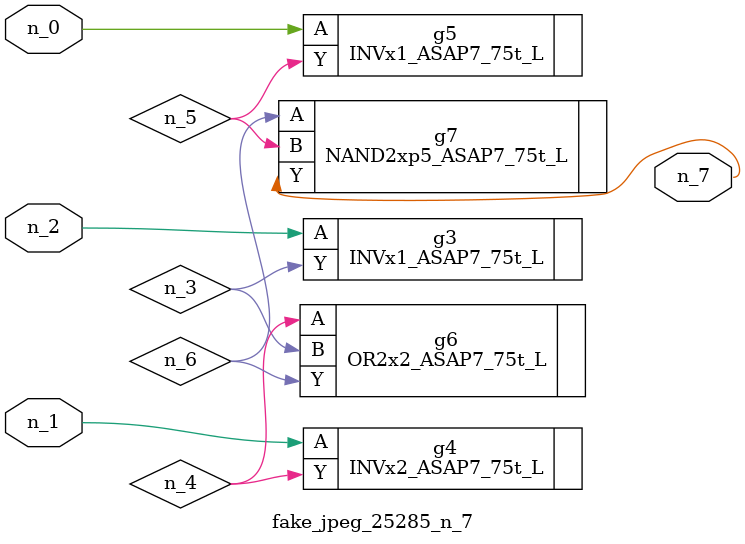
<source format=v>
module fake_jpeg_25285_n_7 (n_0, n_2, n_1, n_7);

input n_0;
input n_2;
input n_1;

output n_7;

wire n_3;
wire n_4;
wire n_6;
wire n_5;

INVx1_ASAP7_75t_L g3 ( 
.A(n_2),
.Y(n_3)
);

INVx2_ASAP7_75t_L g4 ( 
.A(n_1),
.Y(n_4)
);

INVx1_ASAP7_75t_L g5 ( 
.A(n_0),
.Y(n_5)
);

OR2x2_ASAP7_75t_L g6 ( 
.A(n_4),
.B(n_3),
.Y(n_6)
);

NAND2xp5_ASAP7_75t_L g7 ( 
.A(n_6),
.B(n_5),
.Y(n_7)
);


endmodule
</source>
